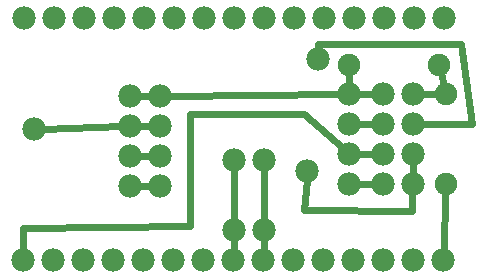
<source format=gbl>
G04 MADE WITH FRITZING*
G04 WWW.FRITZING.ORG*
G04 DOUBLE SIDED*
G04 HOLES PLATED*
G04 CONTOUR ON CENTER OF CONTOUR VECTOR*
%ASAXBY*%
%FSLAX23Y23*%
%MOIN*%
%OFA0B0*%
%SFA1.0B1.0*%
%ADD10C,0.075000*%
%ADD11C,0.078000*%
%ADD12C,0.024000*%
%LNCOPPER0*%
G90*
G70*
G54D10*
X1147Y718D03*
X1447Y718D03*
X1147Y718D03*
X1447Y718D03*
X1469Y621D03*
X1469Y321D03*
X1469Y621D03*
X1469Y321D03*
G54D11*
X97Y504D03*
X763Y402D03*
X863Y402D03*
X763Y168D03*
X863Y168D03*
X1044Y737D03*
X1007Y366D03*
X417Y614D03*
X417Y514D03*
X417Y414D03*
X417Y314D03*
X417Y614D03*
X417Y514D03*
X417Y414D03*
X417Y314D03*
X517Y314D03*
X517Y414D03*
X517Y514D03*
X517Y614D03*
X1148Y321D03*
X1148Y421D03*
X1148Y521D03*
X1148Y621D03*
X1359Y321D03*
X1359Y421D03*
X1359Y521D03*
X1359Y621D03*
X1359Y321D03*
X1359Y421D03*
X1359Y521D03*
X1359Y621D03*
X1259Y621D03*
X1259Y521D03*
X1259Y421D03*
X1259Y321D03*
X61Y69D03*
X161Y69D03*
X261Y69D03*
X361Y69D03*
X461Y69D03*
X561Y69D03*
X661Y69D03*
X761Y69D03*
X861Y69D03*
X961Y69D03*
X1061Y69D03*
X1161Y69D03*
X1261Y69D03*
X1361Y69D03*
X1461Y69D03*
X64Y874D03*
X164Y874D03*
X264Y874D03*
X364Y874D03*
X464Y874D03*
X564Y874D03*
X664Y874D03*
X764Y874D03*
X864Y874D03*
X964Y874D03*
X1064Y874D03*
X1164Y874D03*
X1264Y874D03*
X1364Y874D03*
X1464Y874D03*
G54D12*
X996Y553D02*
X1125Y441D01*
D02*
X61Y175D02*
X616Y180D01*
D02*
X616Y180D02*
X616Y553D01*
D02*
X616Y553D02*
X996Y553D01*
D02*
X61Y99D02*
X61Y175D01*
D02*
X1228Y321D02*
X1178Y321D01*
D02*
X1468Y293D02*
X1462Y99D01*
D02*
X1389Y621D02*
X1441Y621D01*
D02*
X1453Y691D02*
X1463Y649D01*
D02*
X1359Y352D02*
X1359Y391D01*
D02*
X996Y233D02*
X1358Y231D01*
D02*
X1358Y231D02*
X1358Y291D01*
D02*
X1005Y336D02*
X996Y233D01*
D02*
X1557Y522D02*
X1519Y788D01*
D02*
X1044Y788D02*
X1044Y767D01*
D02*
X1519Y788D02*
X1044Y788D01*
D02*
X1389Y522D02*
X1557Y522D01*
D02*
X1147Y690D02*
X1147Y651D01*
D02*
X763Y372D02*
X763Y198D01*
D02*
X863Y372D02*
X863Y198D01*
D02*
X863Y138D02*
X862Y99D01*
D02*
X763Y138D02*
X762Y99D01*
D02*
X547Y614D02*
X1118Y621D01*
D02*
X387Y513D02*
X127Y505D01*
D02*
X1228Y421D02*
X1178Y421D01*
D02*
X1178Y521D02*
X1228Y521D01*
D02*
X1228Y621D02*
X1178Y621D01*
D02*
X486Y414D02*
X447Y414D01*
D02*
X486Y514D02*
X447Y514D01*
D02*
X486Y614D02*
X447Y614D01*
D02*
X486Y314D02*
X447Y314D01*
G04 End of Copper0*
M02*
</source>
